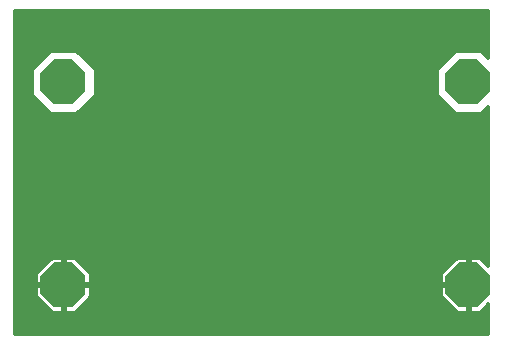
<source format=gbl>
G75*
%MOIN*%
%OFA0B0*%
%FSLAX25Y25*%
%IPPOS*%
%LPD*%
%AMOC8*
5,1,8,0,0,1.08239X$1,22.5*
%
%ADD10OC8,0.15000*%
%ADD11C,0.01000*%
D10*
X0022200Y0022200D03*
X0022200Y0089700D03*
X0157200Y0089700D03*
X0157200Y0022200D03*
D11*
X0005600Y0005600D02*
X0005600Y0113800D01*
X0163800Y0113800D01*
X0163800Y0097808D01*
X0161508Y0100100D01*
X0152892Y0100100D01*
X0146800Y0094008D01*
X0146800Y0085392D01*
X0152892Y0079300D01*
X0161508Y0079300D01*
X0163800Y0081592D01*
X0163800Y0028328D01*
X0160928Y0031200D01*
X0157700Y0031200D01*
X0157700Y0022700D01*
X0156700Y0022700D01*
X0156700Y0031200D01*
X0153472Y0031200D01*
X0148200Y0025928D01*
X0148200Y0022700D01*
X0156700Y0022700D01*
X0156700Y0021700D01*
X0157700Y0021700D01*
X0157700Y0013200D01*
X0160928Y0013200D01*
X0163800Y0016072D01*
X0163800Y0005600D01*
X0005600Y0005600D01*
X0005600Y0006097D02*
X0163800Y0006097D01*
X0163800Y0007096D02*
X0005600Y0007096D01*
X0005600Y0008094D02*
X0163800Y0008094D01*
X0163800Y0009093D02*
X0005600Y0009093D01*
X0005600Y0010091D02*
X0163800Y0010091D01*
X0163800Y0011090D02*
X0005600Y0011090D01*
X0005600Y0012088D02*
X0163800Y0012088D01*
X0163800Y0013087D02*
X0005600Y0013087D01*
X0005600Y0014085D02*
X0017587Y0014085D01*
X0018472Y0013200D02*
X0021700Y0013200D01*
X0021700Y0021700D01*
X0022700Y0021700D01*
X0022700Y0022700D01*
X0031200Y0022700D01*
X0031200Y0025928D01*
X0025928Y0031200D01*
X0022700Y0031200D01*
X0022700Y0022700D01*
X0021700Y0022700D01*
X0021700Y0031200D01*
X0018472Y0031200D01*
X0013200Y0025928D01*
X0013200Y0022700D01*
X0021700Y0022700D01*
X0021700Y0021700D01*
X0013200Y0021700D01*
X0013200Y0018472D01*
X0018472Y0013200D01*
X0016588Y0015084D02*
X0005600Y0015084D01*
X0005600Y0016082D02*
X0015590Y0016082D01*
X0014591Y0017081D02*
X0005600Y0017081D01*
X0005600Y0018079D02*
X0013593Y0018079D01*
X0013200Y0019078D02*
X0005600Y0019078D01*
X0005600Y0020076D02*
X0013200Y0020076D01*
X0013200Y0021075D02*
X0005600Y0021075D01*
X0005600Y0022073D02*
X0021700Y0022073D01*
X0021700Y0021075D02*
X0022700Y0021075D01*
X0022700Y0021700D02*
X0022700Y0013200D01*
X0025928Y0013200D01*
X0031200Y0018472D01*
X0031200Y0021700D01*
X0022700Y0021700D01*
X0022700Y0022073D02*
X0156700Y0022073D01*
X0156700Y0021700D02*
X0148200Y0021700D01*
X0148200Y0018472D01*
X0153472Y0013200D01*
X0156700Y0013200D01*
X0156700Y0021700D01*
X0156700Y0021075D02*
X0157700Y0021075D01*
X0157700Y0020076D02*
X0156700Y0020076D01*
X0156700Y0019078D02*
X0157700Y0019078D01*
X0157700Y0018079D02*
X0156700Y0018079D01*
X0156700Y0017081D02*
X0157700Y0017081D01*
X0157700Y0016082D02*
X0156700Y0016082D01*
X0156700Y0015084D02*
X0157700Y0015084D01*
X0157700Y0014085D02*
X0156700Y0014085D01*
X0152587Y0014085D02*
X0026813Y0014085D01*
X0027812Y0015084D02*
X0151588Y0015084D01*
X0150590Y0016082D02*
X0028810Y0016082D01*
X0029809Y0017081D02*
X0149591Y0017081D01*
X0148593Y0018079D02*
X0030807Y0018079D01*
X0031200Y0019078D02*
X0148200Y0019078D01*
X0148200Y0020076D02*
X0031200Y0020076D01*
X0031200Y0021075D02*
X0148200Y0021075D01*
X0148200Y0023072D02*
X0031200Y0023072D01*
X0031200Y0024070D02*
X0148200Y0024070D01*
X0148200Y0025069D02*
X0031200Y0025069D01*
X0031060Y0026068D02*
X0148340Y0026068D01*
X0149338Y0027066D02*
X0030062Y0027066D01*
X0029063Y0028065D02*
X0150337Y0028065D01*
X0151335Y0029063D02*
X0028065Y0029063D01*
X0027066Y0030062D02*
X0152334Y0030062D01*
X0153332Y0031060D02*
X0026068Y0031060D01*
X0022700Y0031060D02*
X0021700Y0031060D01*
X0021700Y0030062D02*
X0022700Y0030062D01*
X0022700Y0029063D02*
X0021700Y0029063D01*
X0021700Y0028065D02*
X0022700Y0028065D01*
X0022700Y0027066D02*
X0021700Y0027066D01*
X0021700Y0026068D02*
X0022700Y0026068D01*
X0022700Y0025069D02*
X0021700Y0025069D01*
X0021700Y0024070D02*
X0022700Y0024070D01*
X0022700Y0023072D02*
X0021700Y0023072D01*
X0021700Y0020076D02*
X0022700Y0020076D01*
X0022700Y0019078D02*
X0021700Y0019078D01*
X0021700Y0018079D02*
X0022700Y0018079D01*
X0022700Y0017081D02*
X0021700Y0017081D01*
X0021700Y0016082D02*
X0022700Y0016082D01*
X0022700Y0015084D02*
X0021700Y0015084D01*
X0021700Y0014085D02*
X0022700Y0014085D01*
X0013200Y0023072D02*
X0005600Y0023072D01*
X0005600Y0024070D02*
X0013200Y0024070D01*
X0013200Y0025069D02*
X0005600Y0025069D01*
X0005600Y0026068D02*
X0013340Y0026068D01*
X0014338Y0027066D02*
X0005600Y0027066D01*
X0005600Y0028065D02*
X0015337Y0028065D01*
X0016335Y0029063D02*
X0005600Y0029063D01*
X0005600Y0030062D02*
X0017334Y0030062D01*
X0018332Y0031060D02*
X0005600Y0031060D01*
X0005600Y0032059D02*
X0163800Y0032059D01*
X0163800Y0033057D02*
X0005600Y0033057D01*
X0005600Y0034056D02*
X0163800Y0034056D01*
X0163800Y0035054D02*
X0005600Y0035054D01*
X0005600Y0036053D02*
X0163800Y0036053D01*
X0163800Y0037051D02*
X0005600Y0037051D01*
X0005600Y0038050D02*
X0163800Y0038050D01*
X0163800Y0039048D02*
X0005600Y0039048D01*
X0005600Y0040047D02*
X0163800Y0040047D01*
X0163800Y0041045D02*
X0005600Y0041045D01*
X0005600Y0042044D02*
X0163800Y0042044D01*
X0163800Y0043042D02*
X0005600Y0043042D01*
X0005600Y0044041D02*
X0163800Y0044041D01*
X0163800Y0045039D02*
X0005600Y0045039D01*
X0005600Y0046038D02*
X0163800Y0046038D01*
X0163800Y0047036D02*
X0005600Y0047036D01*
X0005600Y0048035D02*
X0163800Y0048035D01*
X0163800Y0049033D02*
X0005600Y0049033D01*
X0005600Y0050032D02*
X0163800Y0050032D01*
X0163800Y0051030D02*
X0005600Y0051030D01*
X0005600Y0052029D02*
X0163800Y0052029D01*
X0163800Y0053027D02*
X0005600Y0053027D01*
X0005600Y0054026D02*
X0163800Y0054026D01*
X0163800Y0055024D02*
X0005600Y0055024D01*
X0005600Y0056023D02*
X0163800Y0056023D01*
X0163800Y0057021D02*
X0005600Y0057021D01*
X0005600Y0058020D02*
X0163800Y0058020D01*
X0163800Y0059018D02*
X0005600Y0059018D01*
X0005600Y0060017D02*
X0163800Y0060017D01*
X0163800Y0061015D02*
X0005600Y0061015D01*
X0005600Y0062014D02*
X0163800Y0062014D01*
X0163800Y0063012D02*
X0005600Y0063012D01*
X0005600Y0064011D02*
X0163800Y0064011D01*
X0163800Y0065009D02*
X0005600Y0065009D01*
X0005600Y0066008D02*
X0163800Y0066008D01*
X0163800Y0067006D02*
X0005600Y0067006D01*
X0005600Y0068005D02*
X0163800Y0068005D01*
X0163800Y0069003D02*
X0005600Y0069003D01*
X0005600Y0070002D02*
X0163800Y0070002D01*
X0163800Y0071001D02*
X0005600Y0071001D01*
X0005600Y0071999D02*
X0163800Y0071999D01*
X0163800Y0072998D02*
X0005600Y0072998D01*
X0005600Y0073996D02*
X0163800Y0073996D01*
X0163800Y0074995D02*
X0005600Y0074995D01*
X0005600Y0075993D02*
X0163800Y0075993D01*
X0163800Y0076992D02*
X0005600Y0076992D01*
X0005600Y0077990D02*
X0163800Y0077990D01*
X0163800Y0078989D02*
X0005600Y0078989D01*
X0005600Y0079987D02*
X0017205Y0079987D01*
X0017892Y0079300D02*
X0026508Y0079300D01*
X0032600Y0085392D01*
X0032600Y0094008D01*
X0026508Y0100100D01*
X0017892Y0100100D01*
X0011800Y0094008D01*
X0011800Y0085392D01*
X0017892Y0079300D01*
X0016207Y0080986D02*
X0005600Y0080986D01*
X0005600Y0081984D02*
X0015208Y0081984D01*
X0014210Y0082983D02*
X0005600Y0082983D01*
X0005600Y0083981D02*
X0013211Y0083981D01*
X0012212Y0084980D02*
X0005600Y0084980D01*
X0005600Y0085978D02*
X0011800Y0085978D01*
X0011800Y0086977D02*
X0005600Y0086977D01*
X0005600Y0087975D02*
X0011800Y0087975D01*
X0011800Y0088974D02*
X0005600Y0088974D01*
X0005600Y0089972D02*
X0011800Y0089972D01*
X0011800Y0090971D02*
X0005600Y0090971D01*
X0005600Y0091969D02*
X0011800Y0091969D01*
X0011800Y0092968D02*
X0005600Y0092968D01*
X0005600Y0093966D02*
X0011800Y0093966D01*
X0012757Y0094965D02*
X0005600Y0094965D01*
X0005600Y0095963D02*
X0013755Y0095963D01*
X0014754Y0096962D02*
X0005600Y0096962D01*
X0005600Y0097960D02*
X0015753Y0097960D01*
X0016751Y0098959D02*
X0005600Y0098959D01*
X0005600Y0099957D02*
X0017750Y0099957D01*
X0026650Y0099957D02*
X0152750Y0099957D01*
X0151751Y0098959D02*
X0027649Y0098959D01*
X0028647Y0097960D02*
X0150753Y0097960D01*
X0149754Y0096962D02*
X0029646Y0096962D01*
X0030645Y0095963D02*
X0148755Y0095963D01*
X0147757Y0094965D02*
X0031643Y0094965D01*
X0032600Y0093966D02*
X0146800Y0093966D01*
X0146800Y0092968D02*
X0032600Y0092968D01*
X0032600Y0091969D02*
X0146800Y0091969D01*
X0146800Y0090971D02*
X0032600Y0090971D01*
X0032600Y0089972D02*
X0146800Y0089972D01*
X0146800Y0088974D02*
X0032600Y0088974D01*
X0032600Y0087975D02*
X0146800Y0087975D01*
X0146800Y0086977D02*
X0032600Y0086977D01*
X0032600Y0085978D02*
X0146800Y0085978D01*
X0147213Y0084980D02*
X0032187Y0084980D01*
X0031189Y0083981D02*
X0148211Y0083981D01*
X0149210Y0082983D02*
X0030190Y0082983D01*
X0029192Y0081984D02*
X0150208Y0081984D01*
X0151207Y0080986D02*
X0028193Y0080986D01*
X0027195Y0079987D02*
X0152205Y0079987D01*
X0162195Y0079987D02*
X0163800Y0079987D01*
X0163800Y0080986D02*
X0163193Y0080986D01*
X0163647Y0097960D02*
X0163800Y0097960D01*
X0163800Y0098959D02*
X0162649Y0098959D01*
X0161650Y0099957D02*
X0163800Y0099957D01*
X0163800Y0100956D02*
X0005600Y0100956D01*
X0005600Y0101954D02*
X0163800Y0101954D01*
X0163800Y0102953D02*
X0005600Y0102953D01*
X0005600Y0103951D02*
X0163800Y0103951D01*
X0163800Y0104950D02*
X0005600Y0104950D01*
X0005600Y0105948D02*
X0163800Y0105948D01*
X0163800Y0106947D02*
X0005600Y0106947D01*
X0005600Y0107945D02*
X0163800Y0107945D01*
X0163800Y0108944D02*
X0005600Y0108944D01*
X0005600Y0109942D02*
X0163800Y0109942D01*
X0163800Y0110941D02*
X0005600Y0110941D01*
X0005600Y0111939D02*
X0163800Y0111939D01*
X0163800Y0112938D02*
X0005600Y0112938D01*
X0156700Y0031060D02*
X0157700Y0031060D01*
X0157700Y0030062D02*
X0156700Y0030062D01*
X0156700Y0029063D02*
X0157700Y0029063D01*
X0157700Y0028065D02*
X0156700Y0028065D01*
X0156700Y0027066D02*
X0157700Y0027066D01*
X0157700Y0026068D02*
X0156700Y0026068D01*
X0156700Y0025069D02*
X0157700Y0025069D01*
X0157700Y0024070D02*
X0156700Y0024070D01*
X0156700Y0023072D02*
X0157700Y0023072D01*
X0163065Y0029063D02*
X0163800Y0029063D01*
X0163800Y0030062D02*
X0162066Y0030062D01*
X0161068Y0031060D02*
X0163800Y0031060D01*
X0163800Y0015084D02*
X0162812Y0015084D01*
X0163800Y0014085D02*
X0161813Y0014085D01*
M02*

</source>
